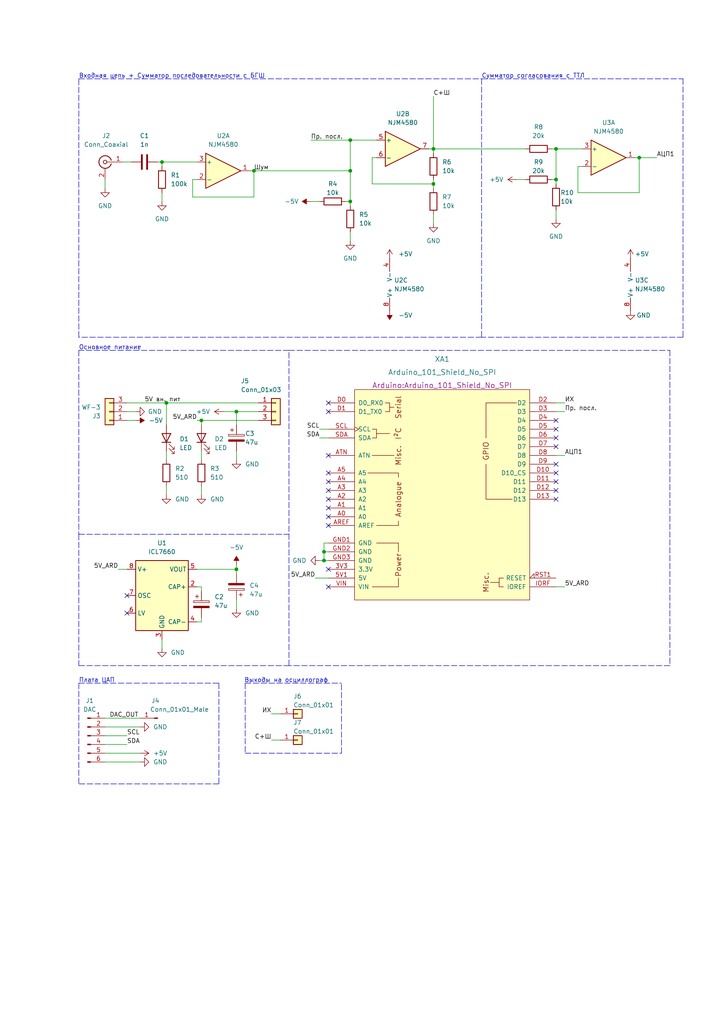
<source format=kicad_sch>
(kicad_sch (version 20211123) (generator eeschema)
  (paper "A4" portrait)
  (lib_symbols
    (symbol "Amplifier_Operational:NJM4580" (pin_names (offset 0.127))
      (property "Reference" "U" (at 0 5.08 0))
      (property "Value" "NJM4580" (at 0 -5.08 0))
      (symbol "NJM4580_1_1"
        (polyline (pts (xy -5.08 5.08) (xy 5.08 0) (xy -5.08 -5.08) (xy -5.08 5.08)) (stroke (width 0.254)) (fill (type background)))
        (pin output line (at 7.62 0 180) (length 2.54) (name "~") (number "1"))
        (pin input line (at -7.62 -2.54 0) (length 2.54) (name "-") (number "2"))
        (pin input line (at -7.62 2.54 0) (length 2.54) (name "+") (number "3"))
      )
      (symbol "NJM4580_2_1"
        (polyline (pts (xy -5.08 5.08) (xy 5.08 0) (xy -5.08 -5.08) (xy -5.08 5.08)) (stroke (width 0.254)) (fill (type background)))
        (pin input line (at -7.62 2.54 0) (length 2.54) (name "+") (number "5"))
        (pin input line (at -7.62 -2.54 0) (length 2.54) (name "-") (number "6"))
        (pin output line (at 7.62 0 180) (length 2.54) (name "~") (number "7"))
      )
      (symbol "NJM4580_3_1"
        (pin power_in line (at -2.54 -7.62 90) (length 3.81) (name "V-") (number "4"))
        (pin power_in line (at -2.54 7.62 270) (length 3.81) (name "V+") (number "8"))
      )
    )
    (symbol "Connector:Conn_01x01_Male" (pin_names (offset 1.016) hide)
      (property "Reference" "J" (at 0 2.54 0))
      (property "Value" "Conn_01x01_Male" (at 0 -2.54 0))
      (symbol "Conn_01x01_Male_1_1"
        (polyline (pts (xy 1.27 0) (xy 0.8636 0)) (stroke (width 0.1524)))
        (rectangle (start 0.8636 0.127) (end 0 -0.127) (stroke (width 0.1524)) (fill (type outline)))
        (pin passive line (at 5.08 0 180) (length 3.81) (name "Pin_1") (number "1"))
      )
    )
    (symbol "Connector:Conn_01x06_Male" (pin_names (offset 1.016) hide)
      (property "Reference" "J" (at 0 7.62 0))
      (property "Value" "Conn_01x06_Male" (at 0 -10.16 0))
      (symbol "Conn_01x06_Male_1_1"
        (polyline (pts (xy 1.27 -7.62) (xy 0.8636 -7.62)) (stroke (width 0.1524)))
        (polyline (pts (xy 1.27 -5.08) (xy 0.8636 -5.08)) (stroke (width 0.1524)))
        (polyline (pts (xy 1.27 -2.54) (xy 0.8636 -2.54)) (stroke (width 0.1524)))
        (polyline (pts (xy 1.27 0) (xy 0.8636 0)) (stroke (width 0.1524)))
        (polyline (pts (xy 1.27 2.54) (xy 0.8636 2.54)) (stroke (width 0.1524)))
        (polyline (pts (xy 1.27 5.08) (xy 0.8636 5.08)) (stroke (width 0.1524)))
        (rectangle (start 0.8636 -7.493) (end 0 -7.747) (stroke (width 0.1524)) (fill (type outline)))
        (rectangle (start 0.8636 -4.953) (end 0 -5.207) (stroke (width 0.1524)) (fill (type outline)))
        (rectangle (start 0.8636 -2.413) (end 0 -2.667) (stroke (width 0.1524)) (fill (type outline)))
        (rectangle (start 0.8636 0.127) (end 0 -0.127) (stroke (width 0.1524)) (fill (type outline)))
        (rectangle (start 0.8636 2.667) (end 0 2.413) (stroke (width 0.1524)) (fill (type outline)))
        (rectangle (start 0.8636 5.207) (end 0 4.953) (stroke (width 0.1524)) (fill (type outline)))
        (pin passive line (at 5.08 5.08 180) (length 3.81) (name "Pin_1") (number "1"))
        (pin passive line (at 5.08 2.54 180) (length 3.81) (name "Pin_2") (number "2"))
        (pin passive line (at 5.08 0 180) (length 3.81) (name "Pin_3") (number "3"))
        (pin passive line (at 5.08 -2.54 180) (length 3.81) (name "Pin_4") (number "4"))
        (pin passive line (at 5.08 -5.08 180) (length 3.81) (name "Pin_5") (number "5"))
        (pin passive line (at 5.08 -7.62 180) (length 3.81) (name "Pin_6") (number "6"))
      )
    )
    (symbol "Connector:Conn_Coaxial" (pin_names (offset 1.016) hide)
      (property "Reference" "J" (at 0.254 3.048 0))
      (property "Value" "Conn_Coaxial" (at 2.921 0 90))
      (symbol "Conn_Coaxial_0_1"
        (arc (start -1.778 -0.508) (mid 0.222 -1.808) (end 1.778 0) (stroke (width 0.254)))
        (polyline (pts (xy -2.54 0) (xy -0.508 0)))
        (polyline (pts (xy 0 -2.54) (xy 0 -1.778)))
        (circle (center 0 0) (radius 0.508) (stroke (width 0.2032)))
        (arc (start 1.778 0) (mid 0.222 1.8083) (end -1.778 0.508) (stroke (width 0.254)))
      )
      (symbol "Conn_Coaxial_1_1"
        (pin passive line (at -5.08 0 0) (length 2.54) (name "In") (number "1"))
        (pin passive line (at 0 -5.08 90) (length 2.54) (name "Ext") (number "2"))
      )
    )
    (symbol "Connector_Generic:Conn_01x01" (pin_names (offset 1.016) hide)
      (property "Reference" "J" (at 0 2.54 0))
      (property "Value" "Conn_01x01" (at 0 -2.54 0))
      (symbol "Conn_01x01_1_1"
        (rectangle (start -1.27 0.127) (end 0 -0.127) (stroke (width 0.1524)))
        (rectangle (start -1.27 1.27) (end 1.27 -1.27) (stroke (width 0.254)) (fill (type background)))
        (pin passive line (at -5.08 0 0) (length 3.81) (name "Pin_1") (number "1"))
      )
    )
    (symbol "Connector_Generic:Conn_01x03" (pin_names (offset 1.016) hide)
      (property "Reference" "J" (at 0 5.08 0))
      (property "Value" "Conn_01x03" (at 0 -5.08 0))
      (symbol "Conn_01x03_1_1"
        (rectangle (start -1.27 -2.413) (end 0 -2.667) (stroke (width 0.1524)))
        (rectangle (start -1.27 0.127) (end 0 -0.127) (stroke (width 0.1524)))
        (rectangle (start -1.27 2.667) (end 0 2.413) (stroke (width 0.1524)))
        (rectangle (start -1.27 3.81) (end 1.27 -3.81) (stroke (width 0.254)) (fill (type background)))
        (pin passive line (at -5.08 2.54 0) (length 3.81) (name "Pin_1") (number "1"))
        (pin passive line (at -5.08 0 0) (length 3.81) (name "Pin_2") (number "2"))
        (pin passive line (at -5.08 -2.54 0) (length 3.81) (name "Pin_3") (number "3"))
      )
    )
    (symbol "Device:C" (pin_numbers hide) (pin_names (offset 0.254))
      (property "Reference" "C" (at 0.635 2.54 0))
      (property "Value" "C" (at 0.635 -2.54 0))
      (symbol "C_0_1"
        (polyline (pts (xy -2.032 -0.762) (xy 2.032 -0.762)) (stroke (width 0.508)))
        (polyline (pts (xy -2.032 0.762) (xy 2.032 0.762)) (stroke (width 0.508)))
      )
      (symbol "C_1_1"
        (pin passive line (at 0 3.81 270) (length 2.794) (name "~") (number "1"))
        (pin passive line (at 0 -3.81 90) (length 2.794) (name "~") (number "2"))
      )
    )
    (symbol "Device:C_Polarized" (pin_numbers hide) (pin_names (offset 0.254))
      (property "Reference" "C" (at 0.635 2.54 0))
      (property "Value" "C_Polarized" (at 0.635 -2.54 0))
      (symbol "C_Polarized_0_1"
        (rectangle (start -2.286 0.508) (end 2.286 1.016))
        (polyline (pts (xy -1.778 2.286) (xy -0.762 2.286)))
        (polyline (pts (xy -1.27 2.794) (xy -1.27 1.778)))
        (rectangle (start 2.286 -0.508) (end -2.286 -1.016) (fill (type outline)))
      )
      (symbol "C_Polarized_1_1"
        (pin passive line (at 0 3.81 270) (length 2.794) (name "~") (number "1"))
        (pin passive line (at 0 -3.81 90) (length 2.794) (name "~") (number "2"))
      )
    )
    (symbol "Device:LED" (pin_numbers hide) (pin_names (offset 1.016) hide)
      (property "Reference" "D" (at 0 2.54 0))
      (property "Value" "LED" (at 0 -2.54 0))
      (symbol "LED_0_1"
        (polyline (pts (xy -1.27 -1.27) (xy -1.27 1.27)) (stroke (width 0.254)))
        (polyline (pts (xy -1.27 0) (xy 1.27 0)))
        (polyline (pts (xy 1.27 -1.27) (xy 1.27 1.27) (xy -1.27 0) (xy 1.27 -1.27)) (stroke (width 0.254)))
        (polyline (pts (xy -3.048 -0.762) (xy -4.572 -2.286) (xy -3.81 -2.286) (xy -4.572 -2.286) (xy -4.572 -1.524)))
        (polyline (pts (xy -1.778 -0.762) (xy -3.302 -2.286) (xy -2.54 -2.286) (xy -3.302 -2.286) (xy -3.302 -1.524)))
      )
      (symbol "LED_1_1"
        (pin passive line (at -3.81 0 0) (length 2.54) (name "K") (number "1"))
        (pin passive line (at 3.81 0 180) (length 2.54) (name "A") (number "2"))
      )
    )
    (symbol "Device:R" (pin_numbers hide) (pin_names (offset 0))
      (property "Reference" "R" (at 2.032 0 90))
      (property "Value" "R" (at 0 0 90))
      (symbol "R_0_1"
        (rectangle (start -1.016 -2.54) (end 1.016 2.54) (stroke (width 0.254)))
      )
      (symbol "R_1_1"
        (pin passive line (at 0 3.81 270) (length 1.27) (name "~") (number "1"))
        (pin passive line (at 0 -3.81 90) (length 1.27) (name "~") (number "2"))
      )
    )
    (symbol "Regulator_SwitchedCapacitor:ICL7660"
      (property "Reference" "U" (at -6.35 11.43 0))
      (property "Value" "ICL7660" (at 3.81 11.43 0))
      (symbol "ICL7660_0_1"
        (rectangle (start -7.62 10.16) (end 7.62 -10.16) (stroke (width 0.254)) (fill (type background)))
      )
      (symbol "ICL7660_1_1"
        (pin no_connect line (at -7.62 5.08 0) (length 2.54) hide (name "NC") (number "1"))
        (pin input line (at 10.16 2.54 180) (length 2.54) (name "CAP+") (number "2"))
        (pin power_in line (at 0 -12.7 90) (length 2.54) (name "GND") (number "3"))
        (pin input line (at 10.16 -7.62 180) (length 2.54) (name "CAP-") (number "4"))
        (pin power_out line (at 10.16 7.62 180) (length 2.54) (name "VOUT") (number "5"))
        (pin input line (at -10.16 -5.08 0) (length 2.54) (name "LV") (number "6"))
        (pin input line (at -10.16 0 0) (length 2.54) (name "OSC") (number "7"))
        (pin power_in line (at -10.16 7.62 0) (length 2.54) (name "V+") (number "8"))
      )
    )
    (symbol "arduino:Arduino_101_Shield_No_SPI" (pin_names (offset 1.016))
      (property "Reference" "XA" (at 2.54 0 90))
      (property "Value" "Arduino_101_Shield_No_SPI" (at -2.54 0 90))
      (property "Footprint" "Arduino:Arduino_101_Shield_No_SPI" (at 45.72 95.25 0))
      (symbol "Arduino_101_Shield_No_SPI_0_0"
        (rectangle (start -25.4 30.48) (end 25.4 -30.48) (fill (type background)))
        (rectangle (start -20.32 -26.67) (end -12.7 -26.67))
        (rectangle (start -19.05 -13.97) (end -12.7 -13.97))
        (polyline (pts (xy -19.05 17.78) (xy -15.24 17.78)))
        (polyline (pts (xy -15.24 25.4) (xy -13.97 25.4)))
        (polyline (pts (xy -13.97 11.43) (xy -20.32 11.43)))
        (polyline (pts (xy -12.7 -26.67) (xy -12.7 -24.13)))
        (polyline (pts (xy -12.7 -15.24) (xy -12.7 -16.51)))
        (polyline (pts (xy -12.7 -13.97) (xy -12.7 -15.24)))
        (polyline (pts (xy -12.7 -7.62) (xy -12.7 -8.89) (xy -19.05 -8.89)))
        (polyline (pts (xy -12.7 5.08) (xy -12.7 6.35) (xy -21.59 6.35)))
        (polyline (pts (xy 12.7 8.89) (xy 12.7 -1.27) (xy 20.32 -1.27)))
        (polyline (pts (xy 12.7 16.51) (xy 12.7 26.67) (xy 21.59 26.67)))
        (polyline (pts (xy -20.32 19.05) (xy -19.05 19.05) (xy -19.05 16.51) (xy -20.32 16.51)))
        (polyline (pts (xy -16.51 26.67) (xy -15.24 26.67) (xy -15.24 24.13) (xy -16.51 24.13)))
        (rectangle (start 16.51 -25.4) (end 13.97 -25.4))
        (rectangle (start 16.51 -24.13) (end 16.51 -26.67))
        (rectangle (start 17.78 -26.67) (end 16.51 -26.67))
        (rectangle (start 17.78 -24.13) (end 16.51 -24.13))
        (text "Analogue" (at -12.7 -1.27 900) (effects (font (size 1.524 1.524))))
        (text "I²C" (at -12.7 17.78 900) (effects (font (size 1.524 1.524))))
        (text "Misc." (at -12.7 11.43 900) (effects (font (size 1.524 1.524))))
        (text "Misc." (at 12.7 -25.4 900) (effects (font (size 1.524 1.524))))
        (text "Power" (at -12.7 -20.32 900) (effects (font (size 1.524 1.524))))
        (text "Serial" (at -12.7 25.4 900) (effects (font (size 1.524 1.524))))
      )
      (symbol "Arduino_101_Shield_No_SPI_1_0"
        (text "GPIO" (at 12.7 12.7 900) (effects (font (size 1.524 1.524))))
      )
      (symbol "Arduino_101_Shield_No_SPI_1_1"
        (pin power_in line (at -33.02 -21.59 0) (length 7.62) (name "3.3V") (number "3V3"))
        (pin power_in line (at -33.02 -24.13 0) (length 7.62) (name "5V") (number "5V1"))
        (pin bidirectional line (at -33.02 -6.35 0) (length 7.62) (name "A0") (number "A0"))
        (pin bidirectional line (at -33.02 -3.81 0) (length 7.62) (name "A1") (number "A1"))
        (pin bidirectional line (at -33.02 -1.27 0) (length 7.62) (name "A2") (number "A2"))
        (pin bidirectional line (at -33.02 1.27 0) (length 7.62) (name "A3") (number "A3"))
        (pin bidirectional line (at -33.02 3.81 0) (length 7.62) (name "A4") (number "A4"))
        (pin bidirectional line (at -33.02 6.35 0) (length 7.62) (name "A5") (number "A5"))
        (pin input line (at -33.02 -8.89 0) (length 7.62) (name "AREF") (number "AREF"))
        (pin bidirectional line (at -33.02 11.43 0) (length 7.62) (name "ATN") (number "ATN"))
        (pin bidirectional line (at -33.02 26.67 0) (length 7.62) (name "D0_RX0") (number "D0"))
        (pin bidirectional line (at -33.02 24.13 0) (length 7.62) (name "D1_TX0") (number "D1"))
        (pin bidirectional line (at 33.02 6.35 180) (length 7.62) (name "D10_CS") (number "D10"))
        (pin bidirectional line (at 33.02 3.81 180) (length 7.62) (name "D11") (number "D11"))
        (pin bidirectional line (at 33.02 1.27 180) (length 7.62) (name "D12") (number "D12"))
        (pin bidirectional line (at 33.02 -1.27 180) (length 7.62) (name "D13") (number "D13"))
        (pin bidirectional line (at 33.02 26.67 180) (length 7.62) (name "D2") (number "D2"))
        (pin bidirectional line (at 33.02 24.13 180) (length 7.62) (name "D3") (number "D3"))
        (pin bidirectional line (at 33.02 21.59 180) (length 7.62) (name "D4") (number "D4"))
        (pin bidirectional line (at 33.02 19.05 180) (length 7.62) (name "D5") (number "D5"))
        (pin bidirectional line (at 33.02 16.51 180) (length 7.62) (name "D6") (number "D6"))
        (pin bidirectional line (at 33.02 13.97 180) (length 7.62) (name "D7") (number "D7"))
        (pin bidirectional line (at 33.02 11.43 180) (length 7.62) (name "D8") (number "D8"))
        (pin bidirectional line (at 33.02 8.89 180) (length 7.62) (name "D9") (number "D9"))
        (pin power_in line (at -33.02 -13.97 0) (length 7.62) (name "GND") (number "GND1"))
        (pin power_in line (at -33.02 -16.51 0) (length 7.62) (name "GND") (number "GND2"))
        (pin power_in line (at -33.02 -19.05 0) (length 7.62) (name "GND") (number "GND3"))
        (pin output line (at 33.02 -26.67 180) (length 7.62) (name "IOREF") (number "IORF"))
        (pin open_collector input_low (at 33.02 -24.13 180) (length 7.62) (name "RESET") (number "RST1"))
        (pin bidirectional clock (at -33.02 19.05 0) (length 7.62) (name "SCL") (number "SCL"))
        (pin bidirectional line (at -33.02 16.51 0) (length 7.62) (name "SDA") (number "SDA"))
        (pin power_in line (at -33.02 -26.67 0) (length 7.62) (name "VIN") (number "VIN"))
      )
    )
    (symbol "power:+5V" (power) (pin_names (offset 0))
      (property "Value" "+5V" (at 0 3.556 0))
      (symbol "+5V_0_1"
        (polyline (pts (xy -0.762 1.27) (xy 0 2.54)))
        (polyline (pts (xy 0 0) (xy 0 2.54)))
        (polyline (pts (xy 0 2.54) (xy 0.762 1.27)))
      )
      (symbol "+5V_1_1"
        (pin power_in line (at 0 0 90) (length 0) hide (name "+5V") (number "1"))
      )
    )
    (symbol "power:-5V" (power) (pin_names (offset 0))
      (property "Value" "-5V" (at 0 3.81 0))
      (symbol "-5V_0_0"
        (pin power_in line (at 0 0 90) (length 0) hide (name "-5V") (number "1"))
      )
      (symbol "-5V_0_1"
        (polyline (pts (xy 0 0) (xy 0 1.27) (xy 0.762 1.27) (xy 0 2.54) (xy -0.762 1.27) (xy 0 1.27)) (fill (type outline)))
      )
    )
    (symbol "power:GND" (power) (pin_names (offset 0))
      (property "Value" "GND" (at 0 -3.81 0))
      (symbol "GND_0_1"
        (polyline (pts (xy 0 0) (xy 0 -1.27) (xy 1.27 -1.27) (xy 0 -2.54) (xy -1.27 -1.27) (xy 0 -1.27)))
      )
      (symbol "GND_1_1"
        (pin power_in line (at 0 0 270) (length 0) hide (name "GND") (number "1"))
      )
    )
  )
  (junction (at 68.58 165.1))
  (junction (at 161.29 43.18))
  (junction (at 93.98 160.02))
  (junction (at 101.6 58.42))
  (junction (at 73.66 49.53))
  (junction (at 101.6 49.53))
  (junction (at 58.42 121.92))
  (junction (at 101.6 40.64))
  (junction (at 48.26 116.84))
  (junction (at 185.42 45.72))
  (junction (at 125.73 53.34))
  (junction (at 93.98 162.56))
  (junction (at 125.73 43.18))
  (junction (at 68.58 119.38))
  (junction (at 46.99 46.99))
  (junction (at 161.29 52.07))
  (no_connect (at 95.25 147.32))
  (no_connect (at 95.25 149.86))
  (no_connect (at 95.25 152.4))
  (no_connect (at 95.25 170.18))
  (no_connect (at 95.25 165.1))
  (no_connect (at 95.25 116.84))
  (no_connect (at 95.25 119.38))
  (no_connect (at 95.25 132.08))
  (no_connect (at 95.25 139.7))
  (no_connect (at 95.25 142.24))
  (no_connect (at 95.25 144.78))
  (no_connect (at 161.29 121.92))
  (no_connect (at 161.29 124.46))
  (no_connect (at 161.29 127))
  (no_connect (at 161.29 144.78))
  (no_connect (at 161.29 129.54))
  (no_connect (at 161.29 134.62))
  (no_connect (at 161.29 137.16))
  (no_connect (at 161.29 139.7))
  (no_connect (at 161.29 142.24))
  (no_connect (at 95.25 137.16))
  (no_connect (at 36.83 172.72))
  (no_connect (at 36.83 177.8))
  (wire (pts (xy 48.26 116.84) (xy 48.26 123.19)))
  (polyline (pts (xy 71.12 198.12) (xy 71.12 218.44)))
  (wire (pts (xy 167.64 55.88) (xy 185.42 55.88)))
  (wire (pts (xy 91.44 167.64) (xy 95.25 167.64)))
  (wire (pts (xy 58.42 170.18) (xy 58.42 171.45)))
  (wire (pts (xy 36.83 119.38) (xy 39.37 119.38)))
  (wire (pts (xy 161.29 52.07) (xy 161.29 53.34)))
  (wire (pts (xy 48.26 116.84) (xy 74.93 116.84)))
  (wire (pts (xy 93.98 162.56) (xy 92.71 162.56)))
  (wire (pts (xy 185.42 45.72) (xy 185.42 55.88)))
  (wire (pts (xy 64.77 119.38) (xy 68.58 119.38)))
  (wire (pts (xy 30.48 213.36) (xy 36.83 213.36)))
  (wire (pts (xy 38.1 46.99) (xy 35.56 46.99)))
  (wire (pts (xy 101.6 40.64) (xy 109.22 40.64)))
  (wire (pts (xy 30.48 54.61) (xy 30.48 52.07)))
  (polyline (pts (xy 194.31 193.04) (xy 83.82 193.04)))
  (wire (pts (xy 78.74 214.63) (xy 81.28 214.63)))
  (wire (pts (xy 160.02 43.18) (xy 161.29 43.18)))
  (wire (pts (xy 58.42 140.97) (xy 58.42 143.51)))
  (wire (pts (xy 58.42 130.81) (xy 58.42 133.35)))
  (wire (pts (xy 68.58 119.38) (xy 74.93 119.38)))
  (wire (pts (xy 36.83 121.92) (xy 39.37 121.92)))
  (wire (pts (xy 161.29 132.08) (xy 163.83 132.08)))
  (polyline (pts (xy 139.7 22.86) (xy 139.7 97.79)))
  (wire (pts (xy 160.02 52.07) (xy 161.29 52.07)))
  (polyline (pts (xy 198.12 22.86) (xy 198.12 97.79)))
  (wire (pts (xy 109.22 45.72) (xy 107.95 45.72)))
  (polyline (pts (xy 139.7 97.79) (xy 22.86 97.79)))
  (polyline (pts (xy 63.5 227.33) (xy 22.86 227.33)))
  (wire (pts (xy 149.86 52.07) (xy 152.4 52.07)))
  (wire (pts (xy 93.98 157.48) (xy 93.98 160.02)))
  (wire (pts (xy 48.26 130.81) (xy 48.26 133.35)))
  (wire (pts (xy 45.72 46.99) (xy 46.99 46.99)))
  (polyline (pts (xy 22.86 154.94) (xy 22.86 193.04)))
  (polyline (pts (xy 83.82 193.04) (xy 83.82 101.6)))
  (wire (pts (xy 34.29 165.1) (xy 36.83 165.1)))
  (wire (pts (xy 30.48 208.28) (xy 40.64 208.28)))
  (wire (pts (xy 93.98 160.02) (xy 95.25 160.02)))
  (wire (pts (xy 40.64 220.98) (xy 30.48 220.98)))
  (polyline (pts (xy 63.5 198.12) (xy 63.5 227.33)))
  (wire (pts (xy 72.39 49.53) (xy 73.66 49.53)))
  (wire (pts (xy 125.73 43.18) (xy 125.73 44.45)))
  (polyline (pts (xy 71.12 218.44) (xy 99.06 218.44)))
  (polyline (pts (xy 194.31 101.6) (xy 194.31 193.04)))
  (wire (pts (xy 58.42 121.92) (xy 58.42 123.19)))
  (wire (pts (xy 101.6 58.42) (xy 101.6 59.69)))
  (wire (pts (xy 125.73 53.34) (xy 125.73 52.07)))
  (wire (pts (xy 163.83 116.84) (xy 161.29 116.84)))
  (wire (pts (xy 73.66 57.15) (xy 55.88 57.15)))
  (wire (pts (xy 124.46 43.18) (xy 125.73 43.18)))
  (wire (pts (xy 55.88 52.07) (xy 57.15 52.07)))
  (wire (pts (xy 161.29 60.96) (xy 161.29 63.5)))
  (wire (pts (xy 68.58 173.99) (xy 68.58 176.53)))
  (wire (pts (xy 161.29 119.38) (xy 163.83 119.38)))
  (polyline (pts (xy 71.12 198.12) (xy 99.06 198.12)))
  (wire (pts (xy 92.71 124.46) (xy 95.25 124.46)))
  (wire (pts (xy 73.66 49.53) (xy 73.66 57.15)))
  (wire (pts (xy 40.64 218.44) (xy 30.48 218.44)))
  (wire (pts (xy 68.58 119.38) (xy 68.58 123.19)))
  (wire (pts (xy 58.42 179.07) (xy 58.42 180.34)))
  (wire (pts (xy 36.83 116.84) (xy 48.26 116.84)))
  (wire (pts (xy 90.17 40.64) (xy 101.6 40.64)))
  (wire (pts (xy 100.33 58.42) (xy 101.6 58.42)))
  (wire (pts (xy 101.6 40.64) (xy 101.6 49.53)))
  (polyline (pts (xy 22.86 198.12) (xy 63.5 198.12)))
  (wire (pts (xy 125.73 62.23) (xy 125.73 64.77)))
  (wire (pts (xy 40.64 210.82) (xy 30.48 210.82)))
  (polyline (pts (xy 22.86 198.12) (xy 22.86 227.33)))
  (wire (pts (xy 95.25 157.48) (xy 93.98 157.48)))
  (polyline (pts (xy 22.86 22.86) (xy 139.7 22.86)))
  (wire (pts (xy 68.58 165.1) (xy 68.58 166.37)))
  (wire (pts (xy 73.66 49.53) (xy 101.6 49.53)))
  (wire (pts (xy 184.15 45.72) (xy 185.42 45.72)))
  (polyline (pts (xy 83.82 101.6) (xy 194.31 101.6)))
  (wire (pts (xy 48.26 140.97) (xy 48.26 143.51)))
  (wire (pts (xy 68.58 163.83) (xy 68.58 165.1)))
  (wire (pts (xy 163.83 170.18) (xy 161.29 170.18)))
  (wire (pts (xy 185.42 45.72) (xy 190.5 45.72)))
  (polyline (pts (xy 198.12 97.79) (xy 139.7 97.79)))
  (polyline (pts (xy 22.86 101.6) (xy 22.86 154.94)))
  (wire (pts (xy 57.15 180.34) (xy 58.42 180.34)))
  (wire (pts (xy 46.99 58.42) (xy 46.99 55.88)))
  (wire (pts (xy 46.99 46.99) (xy 57.15 46.99)))
  (wire (pts (xy 101.6 67.31) (xy 101.6 69.85)))
  (wire (pts (xy 46.99 185.42) (xy 46.99 187.96)))
  (wire (pts (xy 107.95 45.72) (xy 107.95 53.34)))
  (wire (pts (xy 101.6 49.53) (xy 101.6 58.42)))
  (polyline (pts (xy 22.86 154.94) (xy 83.82 154.94)))
  (wire (pts (xy 30.48 215.9) (xy 36.83 215.9)))
  (polyline (pts (xy 99.06 218.44) (xy 99.06 198.12)))
  (wire (pts (xy 92.71 127) (xy 95.25 127)))
  (polyline (pts (xy 83.82 101.6) (xy 22.86 101.6)))
  (wire (pts (xy 46.99 46.99) (xy 46.99 48.26)))
  (polyline (pts (xy 139.7 22.86) (xy 198.12 22.86)))
  (wire (pts (xy 58.42 121.92) (xy 74.93 121.92)))
  (wire (pts (xy 57.15 170.18) (xy 58.42 170.18)))
  (wire (pts (xy 168.91 48.26) (xy 167.64 48.26)))
  (wire (pts (xy 90.17 58.42) (xy 92.71 58.42)))
  (wire (pts (xy 57.15 121.92) (xy 58.42 121.92)))
  (wire (pts (xy 161.29 43.18) (xy 161.29 52.07)))
  (wire (pts (xy 68.58 130.81) (xy 68.58 133.35)))
  (wire (pts (xy 168.91 43.18) (xy 161.29 43.18)))
  (wire (pts (xy 125.73 43.18) (xy 152.4 43.18)))
  (wire (pts (xy 93.98 160.02) (xy 93.98 162.56)))
  (wire (pts (xy 167.64 48.26) (xy 167.64 55.88)))
  (wire (pts (xy 125.73 27.94) (xy 125.73 43.18)))
  (wire (pts (xy 78.74 207.01) (xy 81.28 207.01)))
  (polyline (pts (xy 22.86 97.79) (xy 22.86 22.86)))
  (wire (pts (xy 57.15 165.1) (xy 68.58 165.1)))
  (wire (pts (xy 93.98 162.56) (xy 95.25 162.56)))
  (wire (pts (xy 125.73 53.34) (xy 125.73 54.61)))
  (wire (pts (xy 107.95 53.34) (xy 125.73 53.34)))
  (wire (pts (xy 55.88 57.15) (xy 55.88 52.07)))
  (polyline (pts (xy 22.86 193.04) (xy 83.82 193.04)))
  (text "Основное питание" (at 22.86 101.6 0) (effects (font (size 1.27 1.27)) (justify left bottom)))
  (text "Входная цепь + Сумматор последовательности с БГШ" (at 22.86 22.86 0) (effects (font (size 1.27 1.27)) (justify left bottom)))
  (text "Сумматор согласования с ТТЛ" (at 139.7 22.86 0) (effects (font (size 1.27 1.27)) (justify left bottom)))
  (text "Плата ЦАП" (at 22.86 198.12 0) (effects (font (size 1.27 1.27)) (justify left bottom)))
  (text "Выходы на осциллограф" (at 95.25 198.12 180) (effects (font (size 1.27 1.27)) (justify right bottom)))
  (label "ИХ" (at 78.74 207.01 180))
  (label "SCL" (at 92.71 124.46 180))
  (label "ИХ" (at 163.83 116.84 0))
  (label "АЦП1" (at 190.5 45.72 0))
  (label "Пр. посл." (at 90.17 40.64 0))
  (label "Пр. посл." (at 163.83 119.38 0))
  (label "DAC_OUT" (at 31.75 208.28 0))
  (label "Шум" (at 73.66 49.53 0))
  (label "АЦП1" (at 163.83 132.08 0))
  (label "5V_ARD" (at 34.29 165.1 180))
  (label "5V вн. пит" (at 41.91 116.84 0))
  (label "5V_ARD" (at 91.44 167.64 180))
  (label "5V_ARD" (at 57.15 121.92 180))
  (label "С+Ш" (at 78.74 214.63 180))
  (label "SCL" (at 36.83 213.36 0))
  (label "SDA" (at 36.83 215.9 0))
  (label "5V_ARD" (at 163.83 170.18 0))
  (label "С+Ш" (at 125.73 27.94 0))
  (label "SDA" (at 92.71 127 180))
  (symbol (lib_id "power:GND") (at 182.88 90.17 0) (unit 1)
    (property "Reference" "#PWR024" (effects hide))
    (property "Value" "GND" (at 186.69 91.44 0))
  )
  (symbol (lib_id "Device:R") (at 161.29 57.15 180) (unit 1)
    (property "Reference" "R10" (at 162.56 55.88 0) (effects (justify right)))
    (property "Value" "10k" (at 162.56 58.42 0) (effects (justify right)))
    (property "Footprint" "Resistor_SMD:R_0603_1608Metric_Pad0.98x0.95mm_HandSolder" (effects hide))
  )
  (symbol (lib_id "power:GND") (at 161.29 63.5 0) (unit 1)
    (property "Reference" "#PWR022" (effects hide))
    (property "Value" "GND" (at 161.29 68.58 0))
  )
  (symbol (lib_id "Connector:Conn_Coaxial") (at 30.48 46.99 0) (mirror y) (unit 1)
    (property "Reference" "J2" (at 30.7974 39.37 0))
    (property "Value" "Conn_Coaxial" (at 30.7974 41.91 0))
    (property "Footprint" "Connector_Coaxial:BNC_TEConnectivity_1478204_Vertical" (effects hide))
    (property "Datasheet" " ~" (effects hide))
  )
  (symbol (lib_id "power:+5V") (at 40.64 218.44 270) (unit 1)
    (property "Reference" "#PWR05" (effects hide))
    (property "Value" "+5V" (at 44.45 218.4399 90) (effects (justify left)))
  )
  (symbol (lib_id "Device:R") (at 58.42 137.16 180) (unit 1)
    (property "Reference" "R3" (at 60.96 135.8899 0) (effects (justify right)))
    (property "Value" "510" (at 60.96 138.4299 0) (effects (justify right)))
    (property "Footprint" "Resistor_SMD:R_0603_1608Metric_Pad0.98x0.95mm_HandSolder" (effects hide))
  )
  (symbol (lib_id "Amplifier_Operational:NJM4580") (at 64.77 49.53 0) (unit 1)
    (property "Reference" "U2" (at 64.77 39.37 0))
    (property "Value" "NJM4580" (at 64.77 41.91 0))
    (property "Footprint" "Package_SO:SOIC-8_3.9x4.9mm_P1.27mm" (effects hide))
    (property "Datasheet" "http://www.njr.com/semicon/PDF/NJM4580_E.pdf" (effects hide))
  )
  (symbol (lib_id "Device:R") (at 125.73 48.26 180) (unit 1)
    (property "Reference" "R6" (at 128.27 46.9899 0) (effects (justify right)))
    (property "Value" "10k" (at 128.27 49.5299 0) (effects (justify right)))
    (property "Footprint" "Resistor_SMD:R_0603_1608Metric_Pad0.98x0.95mm_HandSolder" (effects hide))
  )
  (symbol (lib_id "Device:C_Polarized") (at 68.58 170.18 180) (unit 1)
    (property "Reference" "C4" (at 72.39 169.7989 0) (effects (justify right)))
    (property "Value" "47u" (at 72.39 172.3389 0) (effects (justify right)))
    (property "Footprint" "Capacitor_Tantalum_SMD:CP_EIA-3216-18_Kemet-A_Pad1.58x1.35mm_HandSolder" (effects hide))
  )
  (symbol (lib_id "Device:R") (at 46.99 52.07 180) (unit 1)
    (property "Reference" "R1" (at 49.53 50.7999 0) (effects (justify right)))
    (property "Value" "100k" (at 49.53 53.3399 0) (effects (justify right)))
    (property "Footprint" "Resistor_SMD:R_0603_1608Metric_Pad0.98x0.95mm_HandSolder" (effects hide))
  )
  (symbol (lib_id "Amplifier_Operational:NJM4580") (at 116.84 43.18 0) (unit 2)
    (property "Reference" "U2" (at 116.84 33.02 0))
    (property "Value" "NJM4580" (at 116.84 35.56 0))
    (property "Footprint" "Package_SO:SOIC-8_3.9x4.9mm_P1.27mm" (effects hide))
    (property "Datasheet" "http://www.njr.com/semicon/PDF/NJM4580_E.pdf" (effects hide))
  )
  (symbol (lib_id "power:GND") (at 40.64 210.82 90) (unit 1)
    (property "Reference" "#PWR04" (effects hide))
    (property "Value" "GND" (at 44.45 210.8199 90) (effects (justify right)))
  )
  (symbol (lib_id "power:+5V") (at 113.03 74.93 0) (unit 1)
    (property "Reference" "#PWR018" (effects hide))
    (property "Value" "+5V" (at 115.57 73.6599 0) (effects (justify left)))
  )
  (symbol (lib_id "power:+5V") (at 149.86 52.07 90) (unit 1)
    (property "Reference" "#PWR021" (effects hide))
    (property "Value" "+5V" (at 146.05 52.0699 90) (effects (justify left)))
  )
  (symbol (lib_id "power:GND") (at 39.37 119.38 90) (unit 1)
    (property "Reference" "#PWR02" (effects hide))
    (property "Value" "GND" (at 46.99 119.38 90) (effects (justify left)))
  )
  (symbol (lib_id "power:GND") (at 30.48 54.61 0) (unit 1)
    (property "Reference" "#PWR01" (effects hide))
    (property "Value" "GND" (at 30.48 59.69 0))
  )
  (symbol (lib_id "Connector_Generic:Conn_01x03") (at 31.75 119.38 180) (unit 1)
    (property "Reference" "J3" (at 29.21 120.6501 0) (effects (justify left)))
    (property "Value" "WF-3" (at 29.21 118.1101 0) (effects (justify left)))
    (property "Footprint" "Connector_PinHeader_2.54mm:PinHeader_1x03_P2.54mm_Vertical" (effects hide))
  )
  (symbol (lib_id "power:GND") (at 46.99 187.96 0) (unit 1)
    (property "Reference" "#PWR08" (effects hide))
    (property "Value" "GND" (at 49.53 189.2299 0) (effects (justify left)))
  )
  (symbol (lib_id "Device:R") (at 156.21 43.18 90) (unit 1)
    (property "Reference" "R8" (at 156.21 36.83 90))
    (property "Value" "20k" (at 156.21 39.37 90))
    (property "Footprint" "Resistor_SMD:R_0603_1608Metric_Pad0.98x0.95mm_HandSolder" (effects hide))
  )
  (symbol (lib_id "Device:R") (at 156.21 52.07 90) (unit 1)
    (property "Reference" "R9" (at 156.21 46.99 90))
    (property "Value" "20k" (at 156.21 49.53 90))
    (property "Footprint" "Resistor_SMD:R_0603_1608Metric_Pad0.98x0.95mm_HandSolder" (effects hide))
  )
  (symbol (lib_id "Device:LED") (at 58.42 127 90) (unit 1)
    (property "Reference" "D2" (at 62.23 127.3174 90) (effects (justify right)))
    (property "Value" "LED" (at 62.23 129.8574 90) (effects (justify right)))
    (property "Footprint" "Diode_SMD:D_0603_1608Metric_Pad1.05x0.95mm_HandSolder" (effects hide))
  )
  (symbol (lib_id "Amplifier_Operational:NJM4580") (at 176.53 45.72 0) (unit 1)
    (property "Reference" "U3" (at 176.53 35.56 0))
    (property "Value" "NJM4580" (at 176.53 38.1 0))
    (property "Footprint" "Package_SO:SOIC-8_3.9x4.9mm_P1.27mm" (effects hide))
    (property "Datasheet" "http://www.njr.com/semicon/PDF/NJM4580_E.pdf" (effects hide))
  )
  (symbol (lib_id "Device:R") (at 101.6 63.5 180) (unit 1)
    (property "Reference" "R5" (at 104.14 62.2299 0) (effects (justify right)))
    (property "Value" "10k" (at 104.14 64.7699 0) (effects (justify right)))
    (property "Footprint" "Resistor_SMD:R_0603_1608Metric_Pad0.98x0.95mm_HandSolder" (effects hide))
  )
  (symbol (lib_id "power:-5V") (at 68.58 163.83 0) (unit 1)
    (property "Reference" "#PWR013" (effects hide))
    (property "Value" "-5V" (at 68.58 158.75 0))
  )
  (symbol (lib_id "Connector:Conn_01x01_Male") (at 45.72 208.28 180) (unit 1)
    (property "Reference" "J4" (at 45.085 203.2 0))
    (property "Value" "Conn_01x01_Male" (at 52.07 205.74 0))
    (property "Footprint" "Connector_PinHeader_2.54mm:PinHeader_1x01_P2.54mm_Vertical" (effects hide))
  )
  (symbol (lib_id "power:GND") (at 92.71 162.56 270) (unit 1)
    (property "Reference" "#PWR016" (effects hide))
    (property "Value" "GND" (at 88.9 162.5599 90) (effects (justify right)))
  )
  (symbol (lib_id "Device:R") (at 96.52 58.42 90) (unit 1)
    (property "Reference" "R4" (at 96.52 53.34 90))
    (property "Value" "10k" (at 96.52 55.88 90))
    (property "Footprint" "Resistor_SMD:R_0603_1608Metric_Pad0.98x0.95mm_HandSolder" (effects hide))
  )
  (symbol (lib_id "Device:C") (at 41.91 46.99 90) (unit 1)
    (property "Reference" "C1" (at 41.91 39.37 90))
    (property "Value" "1n" (at 41.91 41.91 90))
    (property "Footprint" "Capacitor_SMD:C_0603_1608Metric_Pad1.08x0.95mm_HandSolder" (effects hide))
  )
  (symbol (lib_id "power:-5V") (at 39.37 121.92 270) (unit 1)
    (property "Reference" "#PWR03" (effects hide))
    (property "Value" "-5V" (at 43.18 121.9199 90) (effects (justify left)))
  )
  (symbol (lib_id "power:GND") (at 68.58 133.35 0) (unit 1)
    (property "Reference" "#PWR012" (effects hide))
    (property "Value" "GND" (at 71.12 134.6199 0) (effects (justify left)))
  )
  (symbol (lib_id "power:GND") (at 68.58 176.53 0) (unit 1)
    (property "Reference" "#PWR014" (effects hide))
    (property "Value" "GND" (at 71.12 177.7999 0) (effects (justify left)))
  )
  (symbol (lib_id "Device:LED") (at 48.26 127 90) (unit 1)
    (property "Reference" "D1" (at 52.07 127.3174 90) (effects (justify right)))
    (property "Value" "LED" (at 52.07 129.8574 90) (effects (justify right)))
    (property "Footprint" "Diode_SMD:D_0603_1608Metric_Pad1.05x0.95mm_HandSolder" (effects hide))
  )
  (symbol (lib_id "Amplifier_Operational:NJM4580") (at 110.49 82.55 180) (unit 3)
    (property "Reference" "U2" (at 114.3 81.2799 0) (effects (justify right)))
    (property "Value" "NJM4580" (at 114.3 83.8199 0) (effects (justify right)))
    (property "Footprint" "Package_SO:SOIC-8_3.9x4.9mm_P1.27mm" (effects hide))
    (property "Datasheet" "http://www.njr.com/semicon/PDF/NJM4580_E.pdf" (effects hide))
  )
  (symbol (lib_id "power:GND") (at 58.42 143.51 0) (unit 1)
    (property "Reference" "#PWR010" (effects hide))
    (property "Value" "GND" (at 60.96 144.7799 0) (effects (justify left)))
  )
  (symbol (lib_id "power:GND") (at 101.6 69.85 0) (unit 1)
    (property "Reference" "#PWR017" (effects hide))
    (property "Value" "GND" (at 101.6 74.93 0))
  )
  (symbol (lib_id "Connector_Generic:Conn_01x03") (at 80.01 119.38 0) (unit 1)
    (property "Reference" "J5" (at 69.85 110.49 0) (effects (justify left)))
    (property "Value" "Conn_01x03" (at 69.85 113.03 0) (effects (justify left)))
    (property "Footprint" "Connector_PinHeader_2.54mm:PinHeader_1x03_P2.54mm_Vertical" (effects hide))
  )
  (symbol (lib_id "Regulator_SwitchedCapacitor:ICL7660") (at 46.99 172.72 0) (unit 1)
    (property "Reference" "U1" (at 46.99 157.48 0))
    (property "Value" "ICL7660" (at 46.99 160.02 0))
    (property "Footprint" "Package_SO:SO-8_3.9x4.9mm_P1.27mm" (effects hide))
    (property "Datasheet" "http://datasheets.maximintegrated.com/en/ds/ICL7660-MAX1044.pdf" (effects hide))
  )
  (symbol (lib_id "Connector_Generic:Conn_01x01") (at 86.36 207.01 0) (unit 1)
    (property "Reference" "J6" (at 85.09 201.93 0) (effects (justify left)))
    (property "Value" "Conn_01x01" (at 85.09 204.47 0) (effects (justify left)))
    (property "Footprint" "Connector_PinHeader_2.54mm:PinHeader_1x01_P2.54mm_Vertical" (effects hide))
  )
  (symbol (lib_id "Connector_Generic:Conn_01x01") (at 86.36 214.63 0) (unit 1)
    (property "Reference" "J7" (at 85.09 209.55 0) (effects (justify left)))
    (property "Value" "Conn_01x01" (at 85.09 212.09 0) (effects (justify left)))
    (property "Footprint" "Connector_PinHeader_2.54mm:PinHeader_1x01_P2.54mm_Vertical" (effects hide))
  )
  (symbol (lib_id "arduino:Arduino_101_Shield_No_SPI") (at 128.27 143.51 0) (unit 1)
    (property "Reference" "XA1" (at 128.27 104.14 0) (effects (font (size 1.524 1.524))))
    (property "Value" "Arduino_101_Shield_No_SPI" (at 128.27 107.95 0) (effects (font (size 1.524 1.524))))
    (property "Footprint" "Arduino:Arduino_101_Shield_No_SPI" (at 128.27 111.76 0) (effects (font (size 1.524 1.524))))
    (property "Datasheet" "https://store.arduino.cc/genuino-101" (effects hide))
  )
  (symbol (lib_id "Device:R") (at 48.26 137.16 180) (unit 1)
    (property "Reference" "R2" (at 50.8 135.8899 0) (effects (justify right)))
    (property "Value" "510" (at 50.8 138.4299 0) (effects (justify right)))
    (property "Footprint" "Resistor_SMD:R_0603_1608Metric_Pad0.98x0.95mm_HandSolder" (effects hide))
  )
  (symbol (lib_id "Device:C_Polarized") (at 58.42 175.26 0) (unit 1)
    (property "Reference" "C2" (at 62.23 173.1009 0) (effects (justify left)))
    (property "Value" "47u" (at 62.23 175.6409 0) (effects (justify left)))
    (property "Footprint" "Capacitor_Tantalum_SMD:CP_EIA-3216-18_Kemet-A_Pad1.58x1.35mm_HandSolder" (effects hide))
  )
  (symbol (lib_id "Connector:Conn_01x06_Male") (at 25.4 213.36 0) (unit 1)
    (property "Reference" "J1" (at 26.035 203.2 0))
    (property "Value" "DAC" (at 26.035 205.74 0))
    (property "Footprint" "Library28:MCP4725" (effects hide))
  )
  (symbol (lib_id "power:GND") (at 48.26 143.51 0) (unit 1)
    (property "Reference" "#PWR09" (effects hide))
    (property "Value" "GND" (at 50.8 144.7799 0) (effects (justify left)))
  )
  (symbol (lib_id "power:+5V") (at 182.88 74.93 0) (unit 1)
    (property "Reference" "#PWR023" (effects hide))
    (property "Value" "+5V" (at 184.15 73.66 0) (effects (justify left)))
  )
  (symbol (lib_id "power:GND") (at 125.73 64.77 0) (unit 1)
    (property "Reference" "#PWR020" (effects hide))
    (property "Value" "GND" (at 125.73 69.85 0))
  )
  (symbol (lib_id "power:+5V") (at 64.77 119.38 90) (unit 1)
    (property "Reference" "#PWR011" (effects hide))
    (property "Value" "+5V" (at 60.96 119.38 90) (effects (justify left)))
  )
  (symbol (lib_id "power:-5V") (at 90.17 58.42 90) (unit 1)
    (property "Reference" "#PWR015" (effects hide))
    (property "Value" "-5V" (at 82.55 58.42 90) (effects (justify right)))
  )
  (symbol (lib_id "Device:C_Polarized") (at 68.58 127 0) (unit 1)
    (property "Reference" "C3" (at 71.12 125.73 0) (effects (justify left)))
    (property "Value" "47u" (at 71.12 128.27 0) (effects (justify left)))
    (property "Footprint" "Capacitor_Tantalum_SMD:CP_EIA-3216-18_Kemet-A_Pad1.58x1.35mm_HandSolder" (effects hide))
  )
  (symbol (lib_id "power:-5V") (at 113.03 90.17 180) (unit 1)
    (property "Reference" "#PWR019" (effects hide))
    (property "Value" "-5V" (at 115.57 91.4399 0) (effects (justify right)))
  )
  (symbol (lib_id "Device:R") (at 125.73 58.42 180) (unit 1)
    (property "Reference" "R7" (at 128.27 57.1499 0) (effects (justify right)))
    (property "Value" "10k" (at 128.27 59.6899 0) (effects (justify right)))
    (property "Footprint" "Resistor_SMD:R_0603_1608Metric_Pad0.98x0.95mm_HandSolder" (effects hide))
  )
  (symbol (lib_id "Amplifier_Operational:NJM4580") (at 180.34 82.55 180) (unit 3)
    (property "Reference" "U3" (at 184.15 81.2799 0) (effects (justify right)))
    (property "Value" "NJM4580" (at 184.15 83.8199 0) (effects (justify right)))
    (property "Footprint" "Package_SO:SOIC-8_3.9x4.9mm_P1.27mm" (effects hide))
    (property "Datasheet" "http://www.njr.com/semicon/PDF/NJM4580_E.pdf" (effects hide))
  )
  (symbol (lib_id "power:GND") (at 46.99 58.42 0) (unit 1)
    (property "Reference" "#PWR07" (effects hide))
    (property "Value" "GND" (at 46.99 63.5 0))
  )
  (symbol (lib_id "power:GND") (at 40.64 220.98 90) (unit 1)
    (property "Reference" "#PWR06" (effects hide))
    (property "Value" "GND" (at 44.45 220.9799 90) (effects (justify right)))
  )
)
</source>
